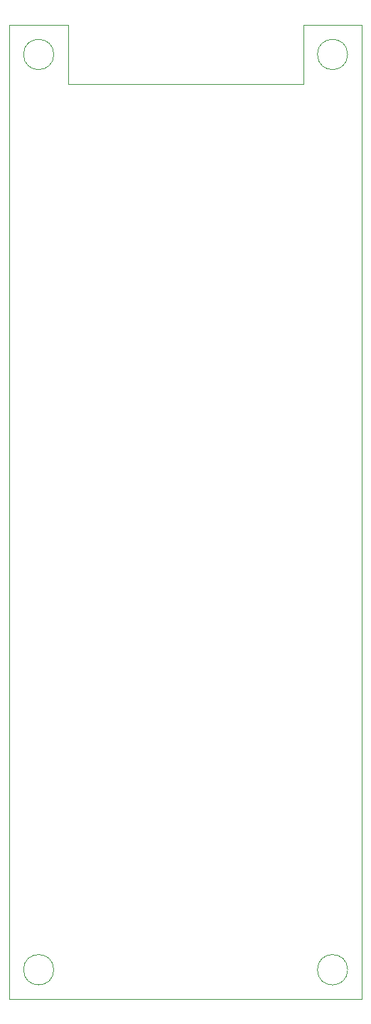
<source format=gm1>
G04 #@! TF.GenerationSoftware,KiCad,Pcbnew,7.0.1*
G04 #@! TF.CreationDate,2023-06-08T18:27:25+10:00*
G04 #@! TF.ProjectId,ZVS,5a56532e-6b69-4636-9164-5f7063625858,rev?*
G04 #@! TF.SameCoordinates,Original*
G04 #@! TF.FileFunction,Profile,NP*
%FSLAX46Y46*%
G04 Gerber Fmt 4.6, Leading zero omitted, Abs format (unit mm)*
G04 Created by KiCad (PCBNEW 7.0.1) date 2023-06-08 18:27:25*
%MOMM*%
%LPD*%
G01*
G04 APERTURE LIST*
G04 #@! TA.AperFunction,Profile*
%ADD10C,0.100000*%
G04 #@! TD*
G04 APERTURE END LIST*
D10*
X119920000Y-63430000D02*
X119920000Y-165180000D01*
X161930000Y-165180000D02*
X161930000Y-63430000D01*
X161930000Y-63430000D02*
X161930000Y-56430000D01*
X161930000Y-172180000D02*
X154930000Y-172180000D01*
X154930000Y-63430000D02*
X126920000Y-63430000D01*
X125220000Y-59930000D02*
G75*
G03*
X125220000Y-59930000I-1800000J0D01*
G01*
X119920000Y-172180000D02*
X126920000Y-172180000D01*
X161930000Y-56430000D02*
X154930000Y-56430000D01*
X154930000Y-56430000D02*
X154930000Y-63430000D01*
X125220000Y-168680000D02*
G75*
G03*
X125220000Y-168680000I-1800000J0D01*
G01*
X119920000Y-56430000D02*
X126920000Y-56430000D01*
X126920000Y-56430000D02*
X126920000Y-63430000D01*
X161930000Y-165180000D02*
X161930000Y-172180000D01*
X126920000Y-172180000D02*
X154930000Y-172180000D01*
X119920000Y-63430000D02*
X119920000Y-56430000D01*
X119920000Y-165180000D02*
X119920000Y-172180000D01*
X160230000Y-168680000D02*
G75*
G03*
X160230000Y-168680000I-1800000J0D01*
G01*
X160230000Y-59930000D02*
G75*
G03*
X160230000Y-59930000I-1800000J0D01*
G01*
M02*

</source>
